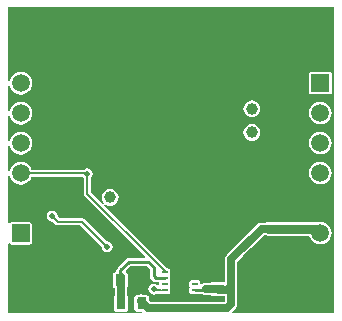
<source format=gtl>
G04*
G04 #@! TF.GenerationSoftware,Altium Limited,Altium Designer,18.1.9 (240)*
G04*
G04 Layer_Physical_Order=1*
G04 Layer_Color=255*
%FSAX25Y25*%
%MOIN*%
G70*
G01*
G75*
%ADD13R,0.03937X0.03150*%
%ADD14R,0.02717X0.06496*%
%ADD15R,0.02165X0.00984*%
%ADD16R,0.03150X0.03937*%
%ADD25C,0.00800*%
%ADD26C,0.03000*%
%ADD27C,0.02500*%
%ADD28C,0.01000*%
%ADD29C,0.03937*%
%ADD30C,0.05906*%
%ADD31R,0.05906X0.05906*%
%ADD32C,0.23622*%
%ADD33C,0.01968*%
G36*
X0615883Y0172217D02*
X0582080D01*
X0581873Y0172717D01*
X0583117Y0173961D01*
X0583570Y0174639D01*
X0583729Y0175439D01*
Y0181439D01*
Y0189376D01*
X0592663Y0198310D01*
X0592988D01*
X0593103Y0198233D01*
X0594000Y0198055D01*
X0607739D01*
X0607744Y0198020D01*
X0608122Y0197107D01*
X0608723Y0196324D01*
X0609507Y0195722D01*
X0610420Y0195344D01*
X0611400Y0195215D01*
X0612380Y0195344D01*
X0613293Y0195722D01*
X0614077Y0196324D01*
X0614678Y0197107D01*
X0615056Y0198020D01*
X0615185Y0199000D01*
X0615056Y0199980D01*
X0614678Y0200893D01*
X0614077Y0201677D01*
X0613293Y0202278D01*
X0612380Y0202656D01*
X0611400Y0202785D01*
X0610420Y0202656D01*
X0610332Y0202619D01*
X0609700Y0202745D01*
X0594000D01*
X0593103Y0202567D01*
X0592988Y0202490D01*
X0591797D01*
X0590998Y0202331D01*
X0590320Y0201878D01*
X0580161Y0191719D01*
X0579708Y0191041D01*
X0579549Y0190241D01*
X0579549Y0190241D01*
Y0182915D01*
X0579311Y0182720D01*
X0575374D01*
X0575062Y0182658D01*
X0574797Y0182482D01*
X0574756Y0182420D01*
X0573358D01*
X0572558Y0182261D01*
X0571920Y0181834D01*
X0571724Y0181879D01*
X0571420Y0182018D01*
Y0182432D01*
X0571357Y0182744D01*
X0571181Y0183009D01*
X0570916Y0183186D01*
X0570604Y0183248D01*
X0568439D01*
X0568126Y0183186D01*
X0567862Y0183009D01*
X0567685Y0182744D01*
X0567623Y0182432D01*
Y0181448D01*
X0567685Y0181136D01*
X0567805Y0180956D01*
X0567685Y0180776D01*
X0567623Y0180464D01*
Y0179480D01*
X0567685Y0179167D01*
X0567862Y0178903D01*
X0568126Y0178726D01*
X0568439Y0178664D01*
X0569432D01*
X0569521Y0178646D01*
X0572188D01*
X0572558Y0178399D01*
X0573358Y0178240D01*
X0574756D01*
X0574797Y0178178D01*
X0575062Y0178001D01*
X0575374Y0177939D01*
X0577524D01*
X0577672Y0177910D01*
X0577672Y0177910D01*
X0579549D01*
Y0176305D01*
X0579334Y0176090D01*
X0554830D01*
X0554176Y0176744D01*
Y0177547D01*
X0554114Y0177859D01*
X0553937Y0178124D01*
X0553673Y0178301D01*
X0553361Y0178363D01*
X0552356D01*
X0552286Y0178410D01*
X0551486Y0178569D01*
X0550686Y0178410D01*
X0550616Y0178363D01*
X0550211D01*
X0549899Y0178301D01*
X0549634Y0178124D01*
X0549457Y0177859D01*
X0549395Y0177547D01*
Y0173610D01*
X0549457Y0173298D01*
X0549634Y0173033D01*
X0549899Y0172857D01*
X0550211Y0172795D01*
X0551782D01*
X0551834Y0172717D01*
X0551567Y0172217D01*
X0507317D01*
Y0195305D01*
X0507781Y0195605D01*
X0507817Y0195600D01*
X0507971Y0195370D01*
X0508235Y0195194D01*
X0508547Y0195132D01*
X0514453D01*
X0514765Y0195194D01*
X0515029Y0195370D01*
X0515206Y0195635D01*
X0515268Y0195947D01*
Y0201853D01*
X0515206Y0202165D01*
X0515029Y0202430D01*
X0514765Y0202606D01*
X0514453Y0202668D01*
X0508547D01*
X0508235Y0202606D01*
X0507971Y0202430D01*
X0507817Y0202200D01*
X0507781Y0202195D01*
X0507317Y0202495D01*
Y0218091D01*
X0507817Y0218124D01*
X0507844Y0217920D01*
X0508222Y0217007D01*
X0508823Y0216224D01*
X0509607Y0215622D01*
X0510520Y0215244D01*
X0511500Y0215115D01*
X0512480Y0215244D01*
X0513393Y0215622D01*
X0514177Y0216224D01*
X0514778Y0217007D01*
X0515055Y0217676D01*
X0532238D01*
X0532414Y0217414D01*
X0532477Y0217372D01*
Y0212100D01*
X0532570Y0211632D01*
X0532835Y0211235D01*
X0552982Y0191087D01*
X0552791Y0190626D01*
X0547500D01*
X0546993Y0190525D01*
X0546563Y0190237D01*
X0543777Y0187451D01*
X0543490Y0187021D01*
X0543389Y0186514D01*
Y0186005D01*
X0543139D01*
X0542827Y0185943D01*
X0542563Y0185766D01*
X0542386Y0185502D01*
X0542324Y0185190D01*
Y0181253D01*
X0542386Y0180941D01*
X0542563Y0180676D01*
X0542821Y0180504D01*
Y0178165D01*
X0542759Y0178124D01*
X0542582Y0177859D01*
X0542520Y0177547D01*
Y0173610D01*
X0542582Y0173298D01*
X0542759Y0173033D01*
X0543024Y0172857D01*
X0543336Y0172795D01*
X0546486D01*
X0546798Y0172857D01*
X0547062Y0173033D01*
X0547239Y0173298D01*
X0547301Y0173610D01*
Y0177547D01*
X0547239Y0177859D01*
X0547062Y0178124D01*
X0547001Y0178165D01*
Y0180878D01*
X0547043Y0180941D01*
X0547105Y0181253D01*
Y0185190D01*
X0547043Y0185502D01*
X0546866Y0185766D01*
X0546675Y0185894D01*
X0546565Y0186247D01*
X0546540Y0186465D01*
X0548049Y0187975D01*
X0553551D01*
X0554574Y0186951D01*
Y0184500D01*
X0554675Y0183993D01*
X0554963Y0183563D01*
X0555554Y0182971D01*
X0555984Y0182684D01*
X0556491Y0182583D01*
X0557460D01*
X0557584Y0182432D01*
Y0181877D01*
X0557449Y0181778D01*
X0557084Y0181655D01*
X0556596Y0181981D01*
X0555900Y0182119D01*
X0555204Y0181981D01*
X0554614Y0181586D01*
X0554219Y0180996D01*
X0554081Y0180300D01*
X0554219Y0179604D01*
X0554614Y0179014D01*
X0555204Y0178619D01*
X0555900Y0178481D01*
X0556596Y0178619D01*
X0556789Y0178748D01*
X0558054D01*
X0558087Y0178726D01*
X0558399Y0178664D01*
X0560565D01*
X0560877Y0178726D01*
X0561141Y0178903D01*
X0561318Y0179167D01*
X0561380Y0179480D01*
Y0180464D01*
X0561318Y0180776D01*
X0561198Y0180956D01*
X0561318Y0181136D01*
X0561380Y0181448D01*
Y0182432D01*
X0561318Y0182744D01*
X0561198Y0182924D01*
X0561318Y0183104D01*
X0561380Y0183417D01*
Y0184401D01*
X0561318Y0184713D01*
X0561198Y0184893D01*
X0561318Y0185073D01*
X0561380Y0185385D01*
Y0186369D01*
X0561318Y0186681D01*
X0561141Y0186946D01*
X0560877Y0187123D01*
X0560565Y0187185D01*
X0560345D01*
X0558473Y0189057D01*
X0558465Y0189069D01*
X0555669Y0191865D01*
X0555657Y0191874D01*
X0539118Y0208413D01*
X0539448Y0208789D01*
X0539616Y0208661D01*
X0539919Y0208428D01*
X0540592Y0208149D01*
X0541315Y0208054D01*
X0542038Y0208149D01*
X0542711Y0208428D01*
X0543290Y0208872D01*
X0543733Y0209450D01*
X0544012Y0210124D01*
X0544107Y0210846D01*
X0544012Y0211569D01*
X0543733Y0212243D01*
X0543290Y0212821D01*
X0542711Y0213265D01*
X0542038Y0213544D01*
X0541315Y0213639D01*
X0540592Y0213544D01*
X0539919Y0213265D01*
X0539340Y0212821D01*
X0538897Y0212243D01*
X0538618Y0211569D01*
X0538523Y0210846D01*
X0538618Y0210124D01*
X0538897Y0209450D01*
X0539129Y0209147D01*
X0539258Y0208980D01*
X0538881Y0208649D01*
X0534924Y0212607D01*
Y0217372D01*
X0534986Y0217414D01*
X0535381Y0218004D01*
X0535519Y0218700D01*
X0535381Y0219396D01*
X0534986Y0219986D01*
X0534396Y0220381D01*
X0533700Y0220519D01*
X0533004Y0220381D01*
X0532619Y0220124D01*
X0515055D01*
X0514778Y0220793D01*
X0514177Y0221576D01*
X0513393Y0222178D01*
X0512480Y0222556D01*
X0511500Y0222685D01*
X0510520Y0222556D01*
X0509607Y0222178D01*
X0508823Y0221576D01*
X0508222Y0220793D01*
X0507844Y0219880D01*
X0507817Y0219676D01*
X0507317Y0219709D01*
Y0228091D01*
X0507817Y0228124D01*
X0507844Y0227920D01*
X0508222Y0227007D01*
X0508823Y0226223D01*
X0509607Y0225622D01*
X0510520Y0225244D01*
X0511500Y0225115D01*
X0512480Y0225244D01*
X0513393Y0225622D01*
X0514177Y0226223D01*
X0514778Y0227007D01*
X0515156Y0227920D01*
X0515285Y0228900D01*
X0515156Y0229880D01*
X0514778Y0230793D01*
X0514177Y0231576D01*
X0513393Y0232178D01*
X0512480Y0232556D01*
X0511500Y0232685D01*
X0510520Y0232556D01*
X0509607Y0232178D01*
X0508823Y0231576D01*
X0508222Y0230793D01*
X0507844Y0229880D01*
X0507817Y0229676D01*
X0507317Y0229709D01*
Y0238091D01*
X0507817Y0238124D01*
X0507844Y0237920D01*
X0508222Y0237007D01*
X0508823Y0236224D01*
X0509607Y0235622D01*
X0510520Y0235244D01*
X0511500Y0235115D01*
X0512480Y0235244D01*
X0513393Y0235622D01*
X0514177Y0236224D01*
X0514778Y0237007D01*
X0515156Y0237920D01*
X0515285Y0238900D01*
X0515156Y0239880D01*
X0514778Y0240793D01*
X0514177Y0241577D01*
X0513393Y0242178D01*
X0512480Y0242556D01*
X0511500Y0242685D01*
X0510520Y0242556D01*
X0509607Y0242178D01*
X0508823Y0241577D01*
X0508222Y0240793D01*
X0507844Y0239880D01*
X0507817Y0239676D01*
X0507317Y0239709D01*
Y0248091D01*
X0507817Y0248124D01*
X0507844Y0247920D01*
X0508222Y0247007D01*
X0508823Y0246223D01*
X0509607Y0245622D01*
X0510520Y0245244D01*
X0511500Y0245115D01*
X0512480Y0245244D01*
X0513393Y0245622D01*
X0514177Y0246223D01*
X0514778Y0247007D01*
X0515156Y0247920D01*
X0515285Y0248900D01*
X0515156Y0249880D01*
X0514778Y0250793D01*
X0514177Y0251576D01*
X0513393Y0252178D01*
X0512480Y0252556D01*
X0511500Y0252685D01*
X0510520Y0252556D01*
X0509607Y0252178D01*
X0508823Y0251576D01*
X0508222Y0250793D01*
X0507844Y0249880D01*
X0507817Y0249676D01*
X0507317Y0249709D01*
Y0274183D01*
X0615883D01*
Y0172217D01*
D02*
G37*
%LPC*%
G36*
X0614353Y0252768D02*
X0608447D01*
X0608135Y0252706D01*
X0607870Y0252530D01*
X0607694Y0252265D01*
X0607632Y0251953D01*
Y0246047D01*
X0607694Y0245735D01*
X0607870Y0245470D01*
X0608135Y0245294D01*
X0608447Y0245232D01*
X0614353D01*
X0614665Y0245294D01*
X0614929Y0245470D01*
X0615106Y0245735D01*
X0615168Y0246047D01*
Y0251953D01*
X0615106Y0252265D01*
X0614929Y0252530D01*
X0614665Y0252706D01*
X0614353Y0252768D01*
D02*
G37*
G36*
X0588559Y0243166D02*
X0587836Y0243071D01*
X0587163Y0242792D01*
X0586585Y0242349D01*
X0586141Y0241770D01*
X0585862Y0241097D01*
X0585767Y0240374D01*
X0585862Y0239651D01*
X0586141Y0238978D01*
X0586585Y0238400D01*
X0587163Y0237956D01*
X0587836Y0237677D01*
X0588559Y0237582D01*
X0589282Y0237677D01*
X0589955Y0237956D01*
X0590534Y0238400D01*
X0590977Y0238978D01*
X0591256Y0239651D01*
X0591352Y0240374D01*
X0591256Y0241097D01*
X0590977Y0241770D01*
X0590534Y0242349D01*
X0589955Y0242792D01*
X0589282Y0243071D01*
X0588559Y0243166D01*
D02*
G37*
G36*
X0611400Y0242785D02*
X0610420Y0242656D01*
X0609507Y0242278D01*
X0608723Y0241676D01*
X0608122Y0240893D01*
X0607744Y0239980D01*
X0607615Y0239000D01*
X0607744Y0238020D01*
X0608122Y0237107D01*
X0608723Y0236323D01*
X0609507Y0235722D01*
X0610420Y0235344D01*
X0611400Y0235215D01*
X0612380Y0235344D01*
X0613293Y0235722D01*
X0614077Y0236323D01*
X0614678Y0237107D01*
X0615056Y0238020D01*
X0615185Y0239000D01*
X0615056Y0239980D01*
X0614678Y0240893D01*
X0614077Y0241676D01*
X0613293Y0242278D01*
X0612380Y0242656D01*
X0611400Y0242785D01*
D02*
G37*
G36*
X0588559Y0235292D02*
X0587836Y0235197D01*
X0587163Y0234918D01*
X0586585Y0234474D01*
X0586141Y0233896D01*
X0585862Y0233223D01*
X0585767Y0232500D01*
X0585862Y0231777D01*
X0586141Y0231104D01*
X0586585Y0230525D01*
X0587163Y0230082D01*
X0587836Y0229803D01*
X0588559Y0229708D01*
X0589282Y0229803D01*
X0589955Y0230082D01*
X0590534Y0230525D01*
X0590977Y0231104D01*
X0591256Y0231777D01*
X0591352Y0232500D01*
X0591256Y0233223D01*
X0590977Y0233896D01*
X0590534Y0234474D01*
X0589955Y0234918D01*
X0589282Y0235197D01*
X0588559Y0235292D01*
D02*
G37*
G36*
X0611400Y0232785D02*
X0610420Y0232656D01*
X0609507Y0232278D01*
X0608723Y0231677D01*
X0608122Y0230893D01*
X0607744Y0229980D01*
X0607615Y0229000D01*
X0607744Y0228020D01*
X0608122Y0227107D01*
X0608723Y0226324D01*
X0609507Y0225722D01*
X0610420Y0225344D01*
X0611400Y0225215D01*
X0612380Y0225344D01*
X0613293Y0225722D01*
X0614077Y0226324D01*
X0614678Y0227107D01*
X0615056Y0228020D01*
X0615185Y0229000D01*
X0615056Y0229980D01*
X0614678Y0230893D01*
X0614077Y0231677D01*
X0613293Y0232278D01*
X0612380Y0232656D01*
X0611400Y0232785D01*
D02*
G37*
G36*
Y0222785D02*
X0610420Y0222656D01*
X0609507Y0222278D01*
X0608723Y0221676D01*
X0608122Y0220893D01*
X0607744Y0219980D01*
X0607615Y0219000D01*
X0607744Y0218020D01*
X0608122Y0217107D01*
X0608723Y0216323D01*
X0609507Y0215722D01*
X0610420Y0215344D01*
X0611400Y0215215D01*
X0612380Y0215344D01*
X0613293Y0215722D01*
X0614077Y0216323D01*
X0614678Y0217107D01*
X0615056Y0218020D01*
X0615185Y0219000D01*
X0615056Y0219980D01*
X0614678Y0220893D01*
X0614077Y0221676D01*
X0613293Y0222278D01*
X0612380Y0222656D01*
X0611400Y0222785D01*
D02*
G37*
G36*
X0522000Y0206419D02*
X0521304Y0206281D01*
X0520714Y0205886D01*
X0520319Y0205296D01*
X0520181Y0204600D01*
X0520319Y0203904D01*
X0520714Y0203314D01*
X0521304Y0202919D01*
X0522000Y0202781D01*
X0522074Y0202796D01*
X0522935Y0201935D01*
X0523332Y0201670D01*
X0523800Y0201576D01*
X0531393D01*
X0538495Y0194474D01*
X0538481Y0194400D01*
X0538619Y0193704D01*
X0539014Y0193114D01*
X0539604Y0192719D01*
X0540300Y0192581D01*
X0540996Y0192719D01*
X0541586Y0193114D01*
X0541981Y0193704D01*
X0542119Y0194400D01*
X0541981Y0195096D01*
X0541586Y0195686D01*
X0540996Y0196081D01*
X0540300Y0196219D01*
X0540226Y0196204D01*
X0532765Y0203665D01*
X0532368Y0203930D01*
X0531900Y0204024D01*
X0524307D01*
X0523805Y0204526D01*
X0523819Y0204600D01*
X0523681Y0205296D01*
X0523286Y0205886D01*
X0522696Y0206281D01*
X0522000Y0206419D01*
D02*
G37*
%LPD*%
D13*
X0577343Y0187205D02*
D03*
Y0180330D02*
D03*
D14*
X0564502Y0182924D02*
D03*
D15*
X0569521Y0179972D02*
D03*
Y0181940D02*
D03*
Y0183909D02*
D03*
Y0185877D02*
D03*
X0559482Y0179972D02*
D03*
Y0181940D02*
D03*
Y0183909D02*
D03*
Y0185877D02*
D03*
D16*
X0544714Y0183221D02*
D03*
X0551589D02*
D03*
X0551786Y0175579D02*
D03*
X0544911D02*
D03*
D25*
X0511500Y0218900D02*
X0533700D01*
X0522000Y0204600D02*
X0523800Y0202800D01*
X0611200Y0218900D02*
X0611400Y0218700D01*
X0523800Y0202800D02*
X0531900D01*
X0540300Y0194400D01*
X0533700Y0212100D02*
Y0218700D01*
Y0212100D02*
X0554800Y0191000D01*
X0556228Y0179972D02*
X0558348D01*
X0555900Y0180300D02*
X0556228Y0179972D01*
X0554800Y0191000D02*
X0554804D01*
X0557600Y0188204D01*
Y0188200D02*
Y0188204D01*
Y0188200D02*
X0559482Y0186318D01*
Y0185877D02*
Y0186318D01*
D26*
X0609700Y0200400D02*
X0611400Y0198700D01*
X0594000Y0200400D02*
X0609700D01*
D27*
X0591797D02*
X0594000D01*
X0581639Y0190241D02*
X0591797Y0200400D01*
X0581639Y0181439D02*
Y0190241D01*
X0580530Y0180330D02*
X0581639Y0181439D01*
X0577672Y0180000D02*
X0579900D01*
X0577343Y0180330D02*
X0577672Y0180000D01*
X0573358Y0180330D02*
X0577343D01*
X0581639Y0175439D02*
Y0181439D01*
X0580200Y0174000D02*
X0581639Y0175439D01*
X0553965Y0174000D02*
X0580200D01*
X0551486Y0176479D02*
X0553965Y0174000D01*
X0544911Y0176179D02*
Y0184225D01*
D28*
X0569521Y0179972D02*
X0573000D01*
X0573358Y0180330D01*
X0556491Y0183909D02*
X0559482D01*
X0555900Y0184500D02*
X0556491Y0183909D01*
X0555900Y0184500D02*
Y0187500D01*
X0554100Y0189300D02*
X0555900Y0187500D01*
X0544714Y0184421D02*
Y0186514D01*
X0547500Y0189300D01*
X0554100D01*
D29*
X0588559Y0240374D02*
D03*
X0541315Y0230532D02*
D03*
Y0210846D02*
D03*
X0588559Y0232500D02*
D03*
D30*
X0511500Y0248900D02*
D03*
Y0238900D02*
D03*
Y0228900D02*
D03*
Y0218900D02*
D03*
Y0208900D02*
D03*
X0611400Y0199000D02*
D03*
Y0209000D02*
D03*
Y0219000D02*
D03*
Y0229000D02*
D03*
Y0239000D02*
D03*
D31*
X0511500Y0198900D02*
D03*
X0611400Y0249000D02*
D03*
D32*
X0595500Y0184500D02*
D03*
X0528600D02*
D03*
D33*
X0594000Y0200400D02*
D03*
X0522000Y0204600D02*
D03*
X0540300Y0194400D02*
D03*
X0533700Y0218700D02*
D03*
X0555900Y0180300D02*
D03*
X0525590Y0212598D02*
D03*
X0519685Y0248031D02*
D03*
X0525590Y0259842D02*
D03*
X0537401Y0212598D02*
D03*
X0531496Y0248031D02*
D03*
X0537401Y0259842D02*
D03*
X0549212Y0212598D02*
D03*
X0543307Y0248031D02*
D03*
X0549212Y0259842D02*
D03*
X0561023Y0188976D02*
D03*
Y0212598D02*
D03*
X0555118Y0248031D02*
D03*
X0561023Y0259842D02*
D03*
X0566929Y0177165D02*
D03*
X0572834Y0188976D02*
D03*
Y0212598D02*
D03*
X0566929Y0248031D02*
D03*
X0572834Y0259842D02*
D03*
X0584646Y0212598D02*
D03*
Y0236220D02*
D03*
X0578740Y0248031D02*
D03*
X0584646Y0259842D02*
D03*
X0596456Y0212598D02*
D03*
Y0236220D02*
D03*
X0590551Y0248031D02*
D03*
X0596456Y0259842D02*
D03*
X0608267Y0188976D02*
D03*
Y0212598D02*
D03*
X0602362Y0248031D02*
D03*
X0608267Y0259842D02*
D03*
M02*

</source>
